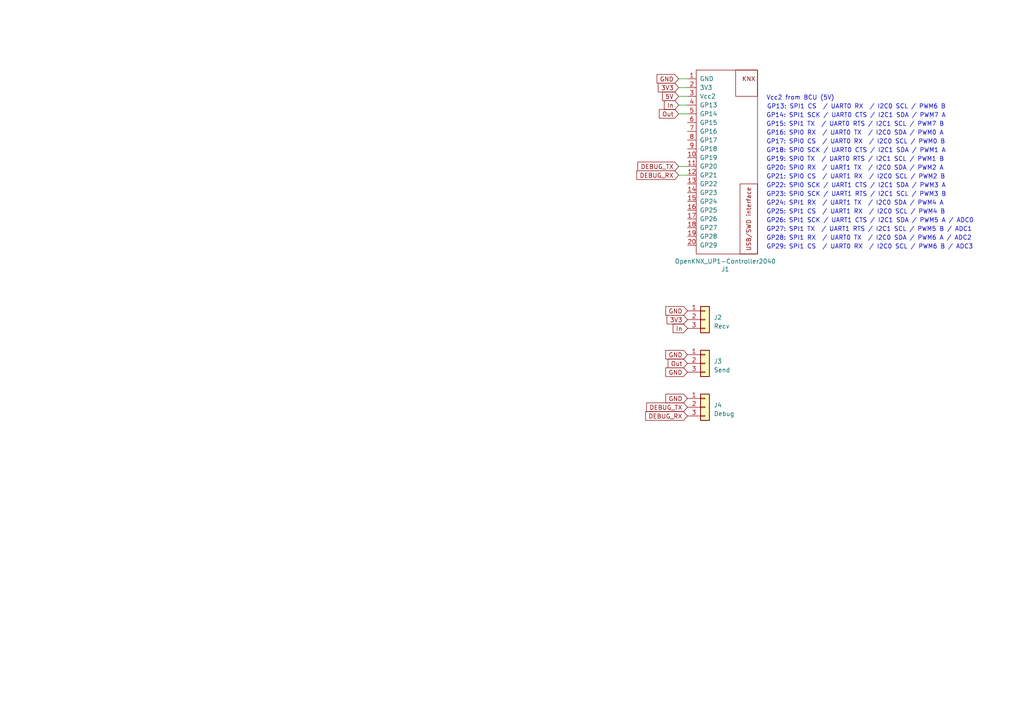
<source format=kicad_sch>
(kicad_sch (version 20230121) (generator eeschema)
  (paper "A4")
  (title_block (title "KUPS-AppTemplate") (date "2022-03-08") (rev "V00.02") (company "OpenKNX") (comment 1 "by SirSydom <com@sirsydom.de>") (comment 4 "https://OpenKNX.de"))
  (lib_symbols
    (symbol "Connector_Generic:Conn_01x03" (pin_names (offset 1.016) hide)
      (property "Reference" "J" (at 0 5.08 0))
      (property "Value" "Conn_01x03" (at 0 -5.08 0))
      (symbol "Conn_01x03_1_1"
        (rectangle (start -1.27 -2.413) (end 0 -2.667) (stroke (width 0.1524)))
        (rectangle (start -1.27 0.127) (end 0 -0.127) (stroke (width 0.1524)))
        (rectangle (start -1.27 2.667) (end 0 2.413) (stroke (width 0.1524)))
        (rectangle (start -1.27 3.81) (end 1.27 -3.81) (stroke (width 0.254)) (fill (type background)))
        (pin passive line (at -5.08 2.54 0) (length 3.81) (name "Pin_1") (number "1"))
        (pin passive line (at -5.08 0 0) (length 3.81) (name "Pin_2") (number "2"))
        (pin passive line (at -5.08 -2.54 0) (length 3.81) (name "Pin_3") (number "3"))
      )
    )
    (symbol "UP1-AppTemplate-rescue:OpenKNX_UP1-Controller2040-OpenKNX" (pin_names (offset 1.016))
      (property "Reference" "J" (at 5.08 27.94 0))
      (property "Value" "OpenKNX_OpenKNX_UP1-Controller2040" (at -3.81 0 90))
      (symbol "OpenKNX_UP1-Controller2040-OpenKNX_0_0"
        (rectangle (start -11.43 -6.35) (end -6.35 -26.67))
        (rectangle (start -5.08 26.67) (end -11.43 19.05))
        (rectangle (start 6.35 26.67) (end -11.43 -26.67))
        (text "KNX" (at -8.89 24.13 0) (effects (font (size 1.27 1.27))))
        (text "USB/SWD interface" (at -8.89 -16.51 900) (effects (font (size 1.27 1.27))))
      )
      (symbol "OpenKNX_UP1-Controller2040-OpenKNX_1_1"
        (pin bidirectional line (at 8.89 24.13 180) (length 2.54) (name "GND") (number "1"))
        (pin bidirectional line (at 8.89 1.27 180) (length 2.54) (name "GP19") (number "10"))
        (pin bidirectional line (at 8.89 -1.27 180) (length 2.54) (name "GP20") (number "11"))
        (pin bidirectional line (at 8.89 -3.81 180) (length 2.54) (name "GP21") (number "12"))
        (pin bidirectional line (at 8.89 -6.35 180) (length 2.54) (name "GP22") (number "13"))
        (pin bidirectional line (at 8.89 -8.89 180) (length 2.54) (name "GP23") (number "14"))
        (pin bidirectional line (at 8.89 -11.43 180) (length 2.54) (name "GP24") (number "15"))
        (pin bidirectional line (at 8.89 -13.97 180) (length 2.54) (name "GP25") (number "16"))
        (pin bidirectional line (at 8.89 -16.51 180) (length 2.54) (name "GP26") (number "17"))
        (pin bidirectional line (at 8.89 -19.05 180) (length 2.54) (name "GP27") (number "18"))
        (pin bidirectional line (at 8.89 -21.59 180) (length 2.54) (name "GP28") (number "19"))
        (pin power_out line (at 8.89 21.59 180) (length 2.54) (name "3V3") (number "2"))
        (pin bidirectional line (at 8.89 -24.13 180) (length 2.54) (name "GP29") (number "20"))
        (pin power_out line (at 8.89 19.05 180) (length 2.54) (name "Vcc2") (number "3"))
        (pin bidirectional line (at 8.89 16.51 180) (length 2.54) (name "GP13") (number "4"))
        (pin bidirectional line (at 8.89 13.97 180) (length 2.54) (name "GP14") (number "5"))
        (pin bidirectional line (at 8.89 11.43 180) (length 2.54) (name "GP15") (number "6"))
        (pin bidirectional line (at 8.89 8.89 180) (length 2.54) (name "GP16") (number "7"))
        (pin bidirectional line (at 8.89 6.35 180) (length 2.54) (name "GP17") (number "8"))
        (pin bidirectional line (at 8.89 3.81 180) (length 2.54) (name "GP18") (number "9"))
      )
    )
  )
  (wire (pts (xy 196.85 25.4) (xy 199.39 25.4)))
  (wire (pts (xy 196.85 48.26) (xy 199.39 48.26)))
  (wire (pts (xy 196.85 50.8) (xy 199.39 50.8)))
  (wire (pts (xy 196.85 30.48) (xy 199.39 30.48)))
  (wire (pts (xy 196.85 33.02) (xy 199.39 33.02)))
  (wire (pts (xy 199.39 27.94) (xy 196.85 27.94)))
  (wire (pts (xy 196.85 22.86) (xy 199.39 22.86)))
  (text "GP16: SPI0 RX  / UART0 TX  / I2C0 SDA / PWM0 A" (at 222.25 39.37 0) (effects (font (size 1.27 1.27)) (justify left bottom)))
  (text "GP26: SPI1 SCK / UART1 CTS / I2C1 SDA / PWM5 A / ADC0" (at 222.25 64.77 0) (effects (font (size 1.27 1.27)) (justify left bottom)))
  (text "GP20: SPI0 RX  / UART1 TX  / I2C0 SDA / PWM2 A" (at 222.25 49.53 0) (effects (font (size 1.27 1.27)) (justify left bottom)))
  (text "Vcc2 from BCU (5V)" (at 222.25 29.21 0) (effects (font (size 1.27 1.27)) (justify left bottom)))
  (text "GP15: SPI1 TX  / UART0 RTS / I2C1 SCL / PWM7 B" (at 222.25 36.83 0) (effects (font (size 1.27 1.27)) (justify left bottom)))
  (text "GP22: SPI0 SCK / UART1 CTS / I2C1 SDA / PWM3 A" (at 222.25 54.61 0) (effects (font (size 1.27 1.27)) (justify left bottom)))
  (text "GP13: SPI1 CS  / UART0 RX  / I2C0 SCL / PWM6 B" (at 274.32 31.75 0) (effects (font (size 1.27 1.27)) (justify right bottom)))
  (text "GP25: SPI1 CS  / UART1 RX  / I2C0 SCL / PWM4 B" (at 222.25 62.23 0) (effects (font (size 1.27 1.27)) (justify left bottom)))
  (text "GP21: SPI0 CS  / UART1 RX  / I2C0 SCL / PWM2 B" (at 222.25 52.07 0) (effects (font (size 1.27 1.27)) (justify left bottom)))
  (text "GP14: SPI1 SCK / UART0 CTS / I2C1 SDA / PWM7 A" (at 222.25 34.29 0) (effects (font (size 1.27 1.27)) (justify left bottom)))
  (text "GP19: SPI0 TX  / UART0 RTS / I2C1 SCL / PWM1 B" (at 222.25 46.99 0) (effects (font (size 1.27 1.27)) (justify left bottom)))
  (text "GP17: SPI0 CS  / UART0 RX  / I2C0 SCL / PWM0 B" (at 222.25 41.91 0) (effects (font (size 1.27 1.27)) (justify left bottom)))
  (text "GP28: SPI1 RX  / UART0 TX  / I2C0 SDA / PWM6 A / ADC2" (at 222.25 69.85 0) (effects (font (size 1.27 1.27)) (justify left bottom)))
  (text "GP27: SPI1 TX  / UART1 RTS / I2C1 SCL / PWM5 B / ADC1" (at 222.25 67.31 0) (effects (font (size 1.27 1.27)) (justify left bottom)))
  (text "GP18: SPI0 SCK / UART0 CTS / I2C1 SDA / PWM1 A" (at 222.25 44.45 0) (effects (font (size 1.27 1.27)) (justify left bottom)))
  (text "GP23: SPI0 SCK / UART1 RTS / I2C1 SCL / PWM3 B" (at 222.25 57.15 0) (effects (font (size 1.27 1.27)) (justify left bottom)))
  (text "GP24: SPI1 RX  / UART1 TX  / I2C0 SDA / PWM4 A" (at 222.25 59.69 0) (effects (font (size 1.27 1.27)) (justify left bottom)))
  (text "GP29: SPI1 CS  / UART0 RX  / I2C0 SCL / PWM6 B / ADC3" (at 222.25 72.39 0) (effects (font (size 1.27 1.27)) (justify left bottom)))
  (global_label "GND" (shape input) (at 196.85 22.86 180) (property "Intersheetrefs" "${INTERSHEET_REFS}" (effects hide)))
  (global_label "DEBUG_TX" (shape input) (at 196.85 48.26 180) (property "Intersheetrefs" "${INTERSHEET_REFS}" (effects hide)))
  (global_label "DEBUG_RX" (shape input) (at 199.39 120.65 180) (property "Intersheetrefs" "${INTERSHEET_REFS}" (effects hide)))
  (global_label "3V3" (shape input) (at 199.39 92.71 180) (property "Intersheetrefs" "${INTERSHEET_REFS}" (effects hide)))
  (global_label "GND" (shape input) (at 199.39 90.17 180) (property "Intersheetrefs" "${INTERSHEET_REFS}" (effects hide)))
  (global_label "DEBUG_TX" (shape input) (at 199.39 118.11 180) (property "Intersheetrefs" "${INTERSHEET_REFS}" (effects hide)))
  (global_label "Out" (shape input) (at 196.85 33.02 180) (property "Intersheetrefs" "${INTERSHEET_REFS}" (effects hide)))
  (global_label "GND" (shape input) (at 199.39 107.95 180) (property "Intersheetrefs" "${INTERSHEET_REFS}" (effects hide)))
  (global_label "In" (shape input) (at 196.85 30.48 180) (property "Intersheetrefs" "${INTERSHEET_REFS}" (effects hide)))
  (global_label "3V3" (shape input) (at 196.85 25.4 180) (property "Intersheetrefs" "${INTERSHEET_REFS}" (effects hide)))
  (global_label "In" (shape input) (at 199.39 95.25 180) (property "Intersheetrefs" "${INTERSHEET_REFS}" (effects hide)))
  (global_label "Out" (shape input) (at 199.39 105.41 180) (property "Intersheetrefs" "${INTERSHEET_REFS}" (effects hide)))
  (global_label "DEBUG_RX" (shape input) (at 196.85 50.8 180) (property "Intersheetrefs" "${INTERSHEET_REFS}" (effects hide)))
  (global_label "GND" (shape input) (at 199.39 115.57 180) (property "Intersheetrefs" "${INTERSHEET_REFS}" (effects hide)))
  (global_label "GND" (shape input) (at 199.39 102.87 180) (property "Intersheetrefs" "${INTERSHEET_REFS}" (effects hide)))
  (global_label "5V" (shape input) (at 196.85 27.94 180) (property "Intersheetrefs" "${INTERSHEET_REFS}" (effects hide)))
  (symbol (lib_id "UP1-AppTemplate-rescue:OpenKNX_UP1-Controller2040-OpenKNX") (at 208.28 46.99 0) (mirror y) (unit 1)
    (property "Reference" "J1" (at 210.3628 78.105 0))
    (property "Value" "OpenKNX_UP1-Controller2040" (at 210.3628 75.7936 0))
    (property "Footprint" "OpenKNX:OpenKNX_UP1-PCBConnector_1x20_App_3D" (effects hide))
    (property "LCSC" "C2334" (effects hide))
    (property "LCSC Cnt" "0.5" (effects hide))
  )
  (symbol (lib_id "Connector_Generic:Conn_01x03") (at 204.47 118.11 0) (unit 1)
    (property "Reference" "J4" (at 207.01 117.475 0) (effects (justify left)))
    (property "Value" "Debug" (at 207.01 120.015 0) (effects (justify left)))
    (property "Footprint" "Connector_PinHeader_2.54mm:PinHeader_1x03_P2.54mm_Vertical" (effects hide))
  )
  (symbol (lib_id "Connector_Generic:Conn_01x03") (at 204.47 105.41 0) (unit 1)
    (property "Reference" "J3" (at 207.01 104.775 0) (effects (justify left)))
    (property "Value" "Send" (at 207.01 107.315 0) (effects (justify left)))
    (property "Footprint" "Connector_PinHeader_2.54mm:PinHeader_1x03_P2.54mm_Vertical" (effects hide))
  )
  (symbol (lib_id "Connector_Generic:Conn_01x03") (at 204.47 92.71 0) (unit 1)
    (property "Reference" "J2" (at 207.01 92.075 0) (effects (justify left)))
    (property "Value" "Recv" (at 207.01 94.615 0) (effects (justify left)))
    (property "Footprint" "Connector_PinHeader_2.54mm:PinHeader_1x03_P2.54mm_Vertical" (effects hide))
  )
)
</source>
